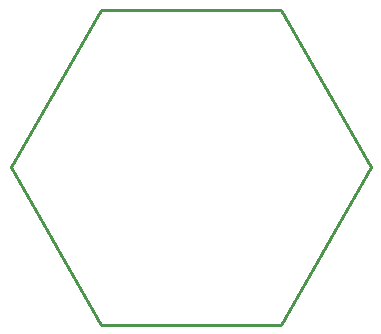
<source format=gbr>
G04 #@! TF.FileFunction,Profile,NP*
%FSLAX46Y46*%
G04 Gerber Fmt 4.6, Leading zero omitted, Abs format (unit mm)*
G04 Created by KiCad (PCBNEW (2015-08-15 BZR 6092)-product) date 3/22/2016 8:23:16 PM*
%MOMM*%
G01*
G04 APERTURE LIST*
%ADD10C,0.100000*%
%ADD11C,0.254000*%
G04 APERTURE END LIST*
D10*
D11*
X124460000Y-96520000D02*
X132080000Y-83185000D01*
X147320000Y-83185000D02*
X154940000Y-96520000D01*
X147320000Y-109855000D02*
X154940000Y-96520000D01*
X124460000Y-96520000D02*
X132080000Y-109855000D01*
X139700000Y-109855000D02*
X147320000Y-109855000D01*
X139700000Y-109855000D02*
X132080000Y-109855000D01*
X139700000Y-83185000D02*
X147320000Y-83185000D01*
X139700000Y-83185000D02*
X132080000Y-83185000D01*
M02*

</source>
